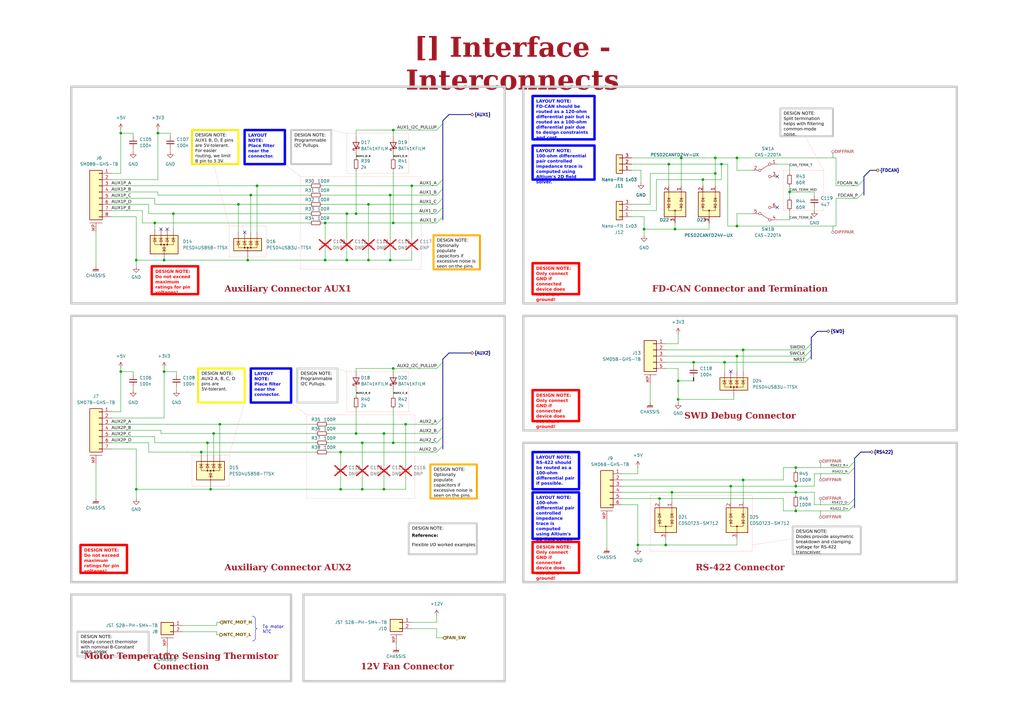
<source format=kicad_sch>
(kicad_sch (version 20230121) (generator eeschema)
  (paper "A3")
  (title_block (title "Interface - Interconnects") (date "2023-10-14") (rev "${REVISION}") (company "${COMPANY}"))
  (junction (at 157.48 200.66))
  (junction (at 49.53 54.61))
  (junction (at 264.16 93.98))
  (junction (at 302.26 64.77))
  (junction (at 326.39 209.55))
  (junction (at 148.59 181.61))
  (junction (at 101.6 106.68))
  (junction (at 64.77 54.61))
  (junction (at 295.91 67.31))
  (junction (at 299.72 199.39))
  (junction (at 157.48 177.8))
  (junction (at 161.29 53.34))
  (junction (at 49.53 152.4))
  (junction (at 278.13 163.83))
  (junction (at 288.29 73.66))
  (junction (at 85.09 181.61))
  (junction (at 293.37 71.12))
  (junction (at 323.85 78.74))
  (junction (at 302.26 92.71))
  (junction (at 166.37 173.99))
  (junction (at 276.86 93.98))
  (junction (at 142.24 106.68))
  (junction (at 302.26 146.05))
  (junction (at 71.12 87.63))
  (junction (at 87.63 177.8))
  (junction (at 63.5 91.44))
  (junction (at 86.36 200.66))
  (junction (at 326.39 201.93))
  (junction (at 279.4 64.77))
  (junction (at 82.55 185.42))
  (junction (at 304.8 143.51))
  (junction (at 133.35 91.44))
  (junction (at 274.32 67.31))
  (junction (at 146.05 87.63))
  (junction (at 160.02 80.01))
  (junction (at 97.79 83.82))
  (junction (at 151.13 83.82))
  (junction (at 55.88 200.66))
  (junction (at 297.18 148.59))
  (junction (at 275.59 201.93))
  (junction (at 139.7 185.42))
  (junction (at 55.88 106.68))
  (junction (at 142.24 87.63))
  (junction (at 160.02 106.68))
  (junction (at 161.29 91.44))
  (junction (at 151.13 106.68))
  (junction (at 161.29 181.61))
  (junction (at 102.87 80.01))
  (junction (at 105.41 76.2))
  (junction (at 293.37 64.77))
  (junction (at 284.48 148.59))
  (junction (at 148.59 200.66))
  (junction (at 67.31 106.68))
  (junction (at 273.05 223.52))
  (junction (at 326.39 199.39))
  (junction (at 278.13 156.21))
  (junction (at 146.05 177.8))
  (junction (at 67.31 152.4))
  (junction (at 326.39 191.77))
  (junction (at 133.35 106.68))
  (junction (at 139.7 200.66))
  (junction (at 270.51 204.47))
  (junction (at 168.91 76.2))
  (junction (at 261.62 223.52))
  (junction (at 161.29 151.13))
  (junction (at 90.17 173.99))
  (junction (at 304.8 196.85))
  (no_connect (at 318.77 85.09))
  (no_connect (at 318.77 72.39))
  (no_connect (at 66.04 93.98))
  (no_connect (at 100.33 95.25))
  (no_connect (at 68.58 93.98))
  (no_connect (at 299.72 152.4))
  (bus_entry (at 179.07 151.13) (size 2.54 -2.54))
  (bus_entry (at 330.2 146.05) (size 2.54 -2.54))
  (bus_entry (at 179.07 173.99) (size 2.54 -2.54))
  (bus_entry (at 179.07 177.8) (size 2.54 -2.54))
  (bus_entry (at 179.07 83.82) (size 2.54 -2.54))
  (bus_entry (at 179.07 53.34) (size 2.54 -2.54))
  (bus_entry (at 330.2 148.59) (size 2.54 -2.54))
  (bus_entry (at 347.98 194.31) (size 2.54 -2.54))
  (bus_entry (at 179.07 87.63) (size 2.54 -2.54))
  (bus_entry (at 179.07 80.01) (size 2.54 -2.54))
  (bus_entry (at 179.07 185.42) (size 2.54 -2.54))
  (bus_entry (at 347.98 191.77) (size 2.54 -2.54))
  (bus_entry (at 330.2 143.51) (size 2.54 -2.54))
  (bus_entry (at 351.79 81.28) (size 2.54 -2.54))
  (bus_entry (at 179.07 181.61) (size 2.54 -2.54))
  (bus_entry (at 179.07 91.44) (size 2.54 -2.54))
  (bus_entry (at 347.98 209.55) (size 2.54 -2.54))
  (bus_entry (at 351.79 76.2) (size 2.54 -2.54))
  (bus_entry (at 179.07 76.2) (size 2.54 -2.54))
  (bus_entry (at 347.98 207.01) (size 2.54 -2.54))
  (wire (pts (xy 148.59 181.61) (xy 148.59 190.5)))
  (wire (pts (xy 278.13 163.83) (xy 300.99 163.83)))
  (wire (pts (xy 302.26 223.52) (xy 302.26 220.98)))
  (bus (pts (xy 356.87 69.85) (xy 354.33 72.39)))
  (wire (pts (xy 133.35 106.68) (xy 142.24 106.68)))
  (wire (pts (xy 279.4 64.77) (xy 293.37 64.77)))
  (wire (pts (xy 146.05 151.13) (xy 146.05 152.4)))
  (wire (pts (xy 45.72 86.36) (xy 58.42 86.36)))
  (bus (pts (xy 353.06 185.42) (xy 356.87 185.42)))
  (wire (pts (xy 275.59 201.93) (xy 275.59 205.74)))
  (wire (pts (xy 102.87 80.01) (xy 102.87 95.25)))
  (wire (pts (xy 146.05 69.85) (xy 146.05 87.63)))
  (wire (pts (xy 259.08 88.9) (xy 264.16 88.9)))
  (wire (pts (xy 308.61 87.63) (xy 302.26 87.63)))
  (wire (pts (xy 302.26 146.05) (xy 330.2 146.05)))
  (wire (pts (xy 326.39 191.77) (xy 347.98 191.77)))
  (wire (pts (xy 69.85 55.88) (xy 69.85 54.61)))
  (wire (pts (xy 64.77 80.01) (xy 64.77 78.74)))
  (wire (pts (xy 266.7 83.82) (xy 266.7 71.12)))
  (wire (pts (xy 69.85 62.23) (xy 69.85 60.96)))
  (wire (pts (xy 133.35 91.44) (xy 161.29 91.44)))
  (wire (pts (xy 321.31 196.85) (xy 321.31 191.77)))
  (wire (pts (xy 86.36 200.66) (xy 55.88 200.66)))
  (wire (pts (xy 49.53 151.13) (xy 49.53 152.4)))
  (wire (pts (xy 161.29 167.64) (xy 161.29 181.61)))
  (wire (pts (xy 146.05 53.34) (xy 146.05 55.88)))
  (wire (pts (xy 295.91 73.66) (xy 295.91 67.31)))
  (wire (pts (xy 179.07 255.27) (xy 168.91 255.27)))
  (wire (pts (xy 88.9 255.27) (xy 90.17 255.27)))
  (polyline (pts (xy 119.38 165.1) (xy 125.73 170.18)) (stroke (width 0) (type dot) (color 255 0 0 1)))
  (bus (pts (xy 181.61 50.8) (xy 181.61 73.66)))
  (wire (pts (xy 64.77 53.34) (xy 64.77 54.61)))
  (wire (pts (xy 67.31 151.13) (xy 67.31 152.4)))
  (wire (pts (xy 321.31 204.47) (xy 321.31 209.55)))
  (wire (pts (xy 255.27 201.93) (xy 275.59 201.93)))
  (wire (pts (xy 133.35 106.68) (xy 133.35 102.87)))
  (wire (pts (xy 288.29 73.66) (xy 295.91 73.66)))
  (wire (pts (xy 278.13 151.13) (xy 278.13 156.21)))
  (wire (pts (xy 179.07 252.73) (xy 179.07 255.27)))
  (wire (pts (xy 85.09 181.61) (xy 129.54 181.61)))
  (wire (pts (xy 146.05 160.02) (xy 146.05 162.56)))
  (wire (pts (xy 284.48 148.59) (xy 284.48 149.86)))
  (polyline (pts (xy 116.84 67.31) (xy 123.19 72.39)) (stroke (width 0) (type dot) (color 255 0 0 1)))
  (wire (pts (xy 302.26 64.77) (xy 302.26 69.85)))
  (wire (pts (xy 64.77 80.01) (xy 102.87 80.01)))
  (wire (pts (xy 63.5 91.44) (xy 63.5 93.98)))
  (polyline (pts (xy 104.775 257.175) (xy 104.775 254)))
  (wire (pts (xy 334.01 80.01) (xy 334.01 78.74)))
  (wire (pts (xy 278.13 165.1) (xy 278.13 163.83)))
  (wire (pts (xy 293.37 64.77) (xy 302.26 64.77)))
  (wire (pts (xy 132.08 91.44) (xy 133.35 91.44)))
  (wire (pts (xy 326.39 191.77) (xy 326.39 193.04)))
  (wire (pts (xy 68.58 265.43) (xy 68.58 266.7)))
  (wire (pts (xy 97.79 83.82) (xy 127 83.82)))
  (wire (pts (xy 157.48 177.8) (xy 157.48 190.5)))
  (wire (pts (xy 297.18 148.59) (xy 330.2 148.59)))
  (wire (pts (xy 60.96 83.82) (xy 60.96 87.63)))
  (wire (pts (xy 97.79 83.82) (xy 97.79 95.25)))
  (wire (pts (xy 262.89 69.85) (xy 259.08 69.85)))
  (wire (pts (xy 166.37 173.99) (xy 166.37 190.5)))
  (wire (pts (xy 60.96 181.61) (xy 60.96 185.42)))
  (bus (pts (xy 350.52 187.96) (xy 350.52 189.23)))
  (wire (pts (xy 87.63 177.8) (xy 87.63 186.69)))
  (wire (pts (xy 146.05 151.13) (xy 161.29 151.13)))
  (wire (pts (xy 146.05 177.8) (xy 157.48 177.8)))
  (wire (pts (xy 58.42 91.44) (xy 63.5 91.44)))
  (wire (pts (xy 72.39 152.4) (xy 67.31 152.4)))
  (wire (pts (xy 45.72 181.61) (xy 60.96 181.61)))
  (wire (pts (xy 302.26 152.4) (xy 302.26 146.05)))
  (wire (pts (xy 55.88 106.68) (xy 55.88 88.9)))
  (wire (pts (xy 298.45 92.71) (xy 302.26 92.71)))
  (wire (pts (xy 142.24 106.68) (xy 151.13 106.68)))
  (wire (pts (xy 259.08 67.31) (xy 274.32 67.31)))
  (wire (pts (xy 139.7 200.66) (xy 148.59 200.66)))
  (bus (pts (xy 181.61 88.9) (xy 181.61 90.17)))
  (wire (pts (xy 142.24 87.63) (xy 146.05 87.63)))
  (wire (pts (xy 168.91 76.2) (xy 179.07 76.2)))
  (bus (pts (xy 335.28 135.89) (xy 332.74 138.43)))
  (wire (pts (xy 90.17 173.99) (xy 129.54 173.99)))
  (wire (pts (xy 321.31 209.55) (xy 326.39 209.55)))
  (wire (pts (xy 269.24 86.36) (xy 269.24 73.66)))
  (wire (pts (xy 270.51 204.47) (xy 270.51 205.74)))
  (wire (pts (xy 151.13 106.68) (xy 160.02 106.68)))
  (wire (pts (xy 55.88 88.9) (xy 45.72 88.9)))
  (wire (pts (xy 347.98 194.31) (xy 334.01 194.31)))
  (wire (pts (xy 334.01 85.09) (xy 334.01 86.36)))
  (wire (pts (xy 299.72 199.39) (xy 299.72 205.74)))
  (bus (pts (xy 181.61 179.07) (xy 181.61 182.88)))
  (bus (pts (xy 181.61 182.88) (xy 181.61 184.15)))
  (wire (pts (xy 334.01 199.39) (xy 326.39 199.39)))
  (bus (pts (xy 184.15 144.78) (xy 181.61 147.32)))
  (wire (pts (xy 273.05 148.59) (xy 284.48 148.59)))
  (polyline (pts (xy 138.43 151.13) (xy 142.24 152.4)) (stroke (width 0) (type dot) (color 255 0 0 1)))
  (wire (pts (xy 146.05 53.34) (xy 161.29 53.34)))
  (wire (pts (xy 269.24 73.66) (xy 288.29 73.66)))
  (polyline (pts (xy 135.89 53.34) (xy 142.24 54.61)) (stroke (width 0) (type dot) (color 255 0 0 1)))
  (wire (pts (xy 90.17 173.99) (xy 90.17 186.69)))
  (bus (pts (xy 350.52 191.77) (xy 350.52 204.47)))
  (wire (pts (xy 342.9 76.2) (xy 342.9 64.77)))
  (wire (pts (xy 45.72 179.07) (xy 63.5 179.07)))
  (wire (pts (xy 101.6 106.68) (xy 101.6 105.41)))
  (wire (pts (xy 308.61 69.85) (xy 302.26 69.85)))
  (wire (pts (xy 88.9 260.35) (xy 90.17 260.35)))
  (wire (pts (xy 132.08 87.63) (xy 142.24 87.63)))
  (wire (pts (xy 64.77 54.61) (xy 64.77 73.66)))
  (wire (pts (xy 288.29 73.66) (xy 288.29 76.2)))
  (wire (pts (xy 161.29 181.61) (xy 179.07 181.61)))
  (wire (pts (xy 297.18 148.59) (xy 297.18 152.4)))
  (wire (pts (xy 160.02 80.01) (xy 160.02 97.79)))
  (wire (pts (xy 321.31 191.77) (xy 326.39 191.77)))
  (bus (pts (xy 184.15 46.99) (xy 181.61 49.53)))
  (wire (pts (xy 342.9 92.71) (xy 342.9 81.28)))
  (wire (pts (xy 148.59 200.66) (xy 148.59 195.58)))
  (wire (pts (xy 326.39 209.55) (xy 347.98 209.55)))
  (wire (pts (xy 278.13 163.83) (xy 278.13 156.21)))
  (wire (pts (xy 69.85 54.61) (xy 64.77 54.61)))
  (wire (pts (xy 71.12 87.63) (xy 127 87.63)))
  (wire (pts (xy 161.29 69.85) (xy 161.29 91.44)))
  (wire (pts (xy 304.8 143.51) (xy 304.8 152.4)))
  (wire (pts (xy 279.4 64.77) (xy 279.4 76.2)))
  (polyline (pts (xy 308.61 223.52) (xy 325.12 220.98)) (stroke (width 0) (type dot) (color 255 0 0 1)))
  (wire (pts (xy 55.88 200.66) (xy 55.88 184.15)))
  (wire (pts (xy 326.39 201.93) (xy 326.39 203.2)))
  (polyline (pts (xy 337.82 69.85) (xy 330.2 55.88)) (stroke (width 0) (type dot) (color 255 0 0 1)))
  (wire (pts (xy 139.7 200.66) (xy 139.7 195.58)))
  (wire (pts (xy 146.05 63.5) (xy 146.05 64.77)))
  (wire (pts (xy 304.8 143.51) (xy 330.2 143.51)))
  (polyline (pts (xy 87.63 67.31) (xy 93.98 92.71)) (stroke (width 0) (type dot) (color 255 0 0 1)))
  (wire (pts (xy 63.5 181.61) (xy 63.5 179.07)))
  (wire (pts (xy 278.13 151.13) (xy 273.05 151.13)))
  (wire (pts (xy 323.85 78.74) (xy 323.85 81.28)))
  (wire (pts (xy 54.61 153.67) (xy 54.61 152.4)))
  (wire (pts (xy 85.09 181.61) (xy 85.09 186.69)))
  (wire (pts (xy 45.72 83.82) (xy 60.96 83.82)))
  (polyline (pts (xy 104.77 258.45) (xy 104.77 261.625)))
  (bus (pts (xy 181.61 175.26) (xy 181.61 179.07)))
  (wire (pts (xy 302.26 64.77) (xy 342.9 64.77)))
  (wire (pts (xy 82.55 185.42) (xy 82.55 186.69)))
  (wire (pts (xy 264.16 88.9) (xy 264.16 93.98)))
  (wire (pts (xy 326.39 201.93) (xy 334.01 201.93)))
  (wire (pts (xy 133.35 91.44) (xy 133.35 97.79)))
  (bus (pts (xy 354.33 73.66) (xy 354.33 78.74)))
  (wire (pts (xy 179.07 151.13) (xy 161.29 151.13)))
  (wire (pts (xy 179.07 257.81) (xy 168.91 257.81)))
  (wire (pts (xy 262.89 74.93) (xy 262.89 69.85)))
  (wire (pts (xy 284.48 156.21) (xy 284.48 154.94)) (stroke (width 0.381) (color 0 0 0 1)))
  (wire (pts (xy 54.61 152.4) (xy 49.53 152.4)))
  (wire (pts (xy 273.05 146.05) (xy 302.26 146.05)))
  (wire (pts (xy 157.48 177.8) (xy 179.07 177.8)))
  (wire (pts (xy 261.62 207.01) (xy 261.62 223.52)))
  (wire (pts (xy 161.29 151.13) (xy 161.29 152.4)))
  (wire (pts (xy 67.31 171.45) (xy 45.72 171.45)))
  (wire (pts (xy 151.13 83.82) (xy 179.07 83.82)))
  (wire (pts (xy 323.85 76.2) (xy 323.85 78.74)))
  (wire (pts (xy 132.08 80.01) (xy 160.02 80.01)))
  (wire (pts (xy 166.37 200.66) (xy 166.37 195.58)))
  (wire (pts (xy 49.53 168.91) (xy 45.72 168.91)))
  (wire (pts (xy 323.85 86.36) (xy 323.85 90.17)))
  (bus (pts (xy 193.04 144.78) (xy 184.15 144.78)))
  (wire (pts (xy 142.24 87.63) (xy 142.24 97.79)))
  (wire (pts (xy 166.37 173.99) (xy 179.07 173.99)))
  (wire (pts (xy 295.91 67.31) (xy 298.45 67.31)))
  (wire (pts (xy 261.62 223.52) (xy 273.05 223.52)))
  (wire (pts (xy 87.63 177.8) (xy 129.54 177.8)))
  (wire (pts (xy 278.13 137.16) (xy 278.13 140.97)))
  (wire (pts (xy 139.7 185.42) (xy 139.7 190.5)))
  (wire (pts (xy 72.39 153.67) (xy 72.39 152.4)))
  (wire (pts (xy 161.29 91.44) (xy 179.07 91.44)))
  (wire (pts (xy 88.9 255.27) (xy 88.9 256.54)))
  (wire (pts (xy 157.48 200.66) (xy 166.37 200.66)))
  (wire (pts (xy 54.61 160.02) (xy 54.61 158.75)))
  (wire (pts (xy 58.42 86.36) (xy 58.42 91.44)))
  (bus (pts (xy 332.74 140.97) (xy 332.74 143.51)))
  (wire (pts (xy 45.72 176.53) (xy 66.04 176.53)))
  (wire (pts (xy 63.5 81.28) (xy 63.5 83.82)))
  (wire (pts (xy 49.53 54.61) (xy 49.53 71.12)))
  (bus (pts (xy 181.61 171.45) (xy 181.61 175.26)))
  (wire (pts (xy 334.01 207.01) (xy 334.01 201.93)))
  (wire (pts (xy 54.61 62.23) (xy 54.61 60.96)))
  (polyline (pts (xy 100.33 165.1) (xy 93.98 186.69)) (stroke (width 0) (type dot) (color 255 0 0 1)))
  (wire (pts (xy 276.86 93.98) (xy 276.86 91.44)))
  (wire (pts (xy 284.48 148.59) (xy 297.18 148.59)))
  (wire (pts (xy 134.62 181.61) (xy 148.59 181.61)))
  (wire (pts (xy 105.41 76.2) (xy 127 76.2)))
  (wire (pts (xy 261.62 191.77) (xy 261.62 194.31)))
  (wire (pts (xy 266.7 157.48) (xy 266.7 165.1)))
  (bus (pts (xy 350.52 189.23) (xy 350.52 191.77)))
  (wire (pts (xy 148.59 181.61) (xy 161.29 181.61)))
  (wire (pts (xy 326.39 198.12) (xy 326.39 199.39)))
  (wire (pts (xy 88.9 259.08) (xy 74.93 259.08)))
  (wire (pts (xy 146.05 87.63) (xy 179.07 87.63)))
  (wire (pts (xy 264.16 93.98) (xy 276.86 93.98)))
  (wire (pts (xy 86.36 199.39) (xy 86.36 200.66)))
  (wire (pts (xy 55.88 106.68) (xy 67.31 106.68)))
  (wire (pts (xy 342.9 76.2) (xy 351.79 76.2)))
  (bus (pts (xy 335.28 135.89) (xy 339.09 135.89)))
  (wire (pts (xy 132.08 83.82) (xy 151.13 83.82)))
  (wire (pts (xy 55.88 184.15) (xy 45.72 184.15)))
  (wire (pts (xy 54.61 55.88) (xy 54.61 54.61)))
  (wire (pts (xy 326.39 208.28) (xy 326.39 209.55)))
  (wire (pts (xy 139.7 185.42) (xy 179.07 185.42)))
  (wire (pts (xy 261.62 194.31) (xy 255.27 194.31)))
  (wire (pts (xy 161.29 160.02) (xy 161.29 162.56)))
  (wire (pts (xy 347.98 207.01) (xy 334.01 207.01)))
  (wire (pts (xy 261.62 207.01) (xy 255.27 207.01)))
  (wire (pts (xy 342.9 81.28) (xy 351.79 81.28)))
  (wire (pts (xy 273.05 223.52) (xy 273.05 220.98)))
  (wire (pts (xy 270.51 204.47) (xy 321.31 204.47)))
  (wire (pts (xy 274.32 67.31) (xy 295.91 67.31)))
  (wire (pts (xy 45.72 78.74) (xy 64.77 78.74)))
  (wire (pts (xy 54.61 54.61) (xy 49.53 54.61)))
  (wire (pts (xy 293.37 71.12) (xy 293.37 76.2)))
  (wire (pts (xy 45.72 81.28) (xy 63.5 81.28)))
  (bus (pts (xy 332.74 143.51) (xy 332.74 146.05)))
  (bus (pts (xy 181.61 85.09) (xy 181.61 88.9)))
  (wire (pts (xy 66.04 177.8) (xy 66.04 176.53)))
  (wire (pts (xy 134.62 177.8) (xy 146.05 177.8)))
  (wire (pts (xy 63.5 91.44) (xy 127 91.44)))
  (bus (pts (xy 350.52 204.47) (xy 350.52 207.01)))
  (bus (pts (xy 353.06 185.42) (xy 350.52 187.96)))
  (bus (pts (xy 181.61 147.32) (xy 181.61 148.59)))
  (wire (pts (xy 276.86 93.98) (xy 290.83 93.98)))
  (wire (pts (xy 323.85 78.74) (xy 334.01 78.74)))
  (bus (pts (xy 181.61 49.53) (xy 181.61 50.8)))
  (wire (pts (xy 302.26 92.71) (xy 342.9 92.71)))
  (wire (pts (xy 67.31 152.4) (xy 67.31 171.45)))
  (bus (pts (xy 181.61 77.47) (xy 181.61 81.28)))
  (wire (pts (xy 298.45 67.31) (xy 298.45 92.71)))
  (wire (pts (xy 264.16 93.98) (xy 264.16 96.52)))
  (wire (pts (xy 146.05 167.64) (xy 146.05 177.8)))
  (wire (pts (xy 162.56 264.16) (xy 162.56 265.43)))
  (wire (pts (xy 266.7 71.12) (xy 293.37 71.12)))
  (wire (pts (xy 102.87 80.01) (xy 127 80.01)))
  (wire (pts (xy 39.37 190.5) (xy 39.37 204.47)))
  (wire (pts (xy 86.36 200.66) (xy 139.7 200.66)))
  (wire (pts (xy 45.72 173.99) (xy 90.17 173.99)))
  (wire (pts (xy 60.96 87.63) (xy 71.12 87.63)))
  (wire (pts (xy 82.55 185.42) (xy 129.54 185.42)))
  (wire (pts (xy 49.53 53.34) (xy 49.53 54.61)))
  (wire (pts (xy 293.37 71.12) (xy 293.37 64.77)))
  (wire (pts (xy 181.61 261.62) (xy 179.07 261.62)))
  (wire (pts (xy 148.59 200.66) (xy 157.48 200.66)))
  (wire (pts (xy 63.5 83.82) (xy 97.79 83.82)))
  (wire (pts (xy 55.88 109.22) (xy 55.88 106.68)))
  (wire (pts (xy 151.13 102.87) (xy 151.13 106.68)))
  (wire (pts (xy 39.37 95.25) (xy 39.37 109.22)))
  (wire (pts (xy 60.96 185.42) (xy 82.55 185.42)))
  (wire (pts (xy 255.27 204.47) (xy 270.51 204.47)))
  (wire (pts (xy 299.72 199.39) (xy 326.39 199.39)))
  (wire (pts (xy 161.29 53.34) (xy 161.29 55.88)))
  (wire (pts (xy 134.62 185.42) (xy 139.7 185.42)))
  (wire (pts (xy 334.01 194.31) (xy 334.01 199.39)))
  (wire (pts (xy 88.9 256.54) (xy 74.93 256.54)))
  (wire (pts (xy 278.13 156.21) (xy 284.48 156.21)))
  (wire (pts (xy 275.59 201.93) (xy 326.39 201.93)))
  (wire (pts (xy 179.07 261.62) (xy 179.07 257.81)))
  (wire (pts (xy 157.48 200.66) (xy 157.48 195.58)))
  (wire (pts (xy 168.91 106.68) (xy 168.91 102.87)))
  (wire (pts (xy 67.31 106.68) (xy 101.6 106.68)))
  (wire (pts (xy 72.39 160.02) (xy 72.39 158.75)))
  (wire (pts (xy 304.8 196.85) (xy 304.8 205.74)))
  (wire (pts (xy 63.5 181.61) (xy 85.09 181.61)))
  (bus (pts (xy 354.33 72.39) (xy 354.33 73.66)))
  (wire (pts (xy 45.72 76.2) (xy 105.41 76.2)))
  (wire (pts (xy 55.88 204.47) (xy 55.88 200.66)))
  (wire (pts (xy 151.13 83.82) (xy 151.13 97.79)))
  (wire (pts (xy 101.6 106.68) (xy 133.35 106.68)))
  (bus (pts (xy 181.61 148.59) (xy 181.61 171.45)))
  (wire (pts (xy 179.07 53.34) (xy 161.29 53.34)))
  (bus (pts (xy 354.33 78.74) (xy 354.33 80.01)))
  (wire (pts (xy 161.29 63.5) (xy 161.29 64.77)))
  (wire (pts (xy 134.62 173.99) (xy 166.37 173.99)))
  (wire (pts (xy 302.26 87.63) (xy 302.26 92.71)))
  (bus (pts (xy 332.74 146.05) (xy 332.74 147.32)))
  (wire (pts (xy 278.13 140.97) (xy 273.05 140.97)))
  (wire (pts (xy 71.12 87.63) (xy 71.12 93.98)))
  (wire (pts (xy 160.02 102.87) (xy 160.02 106.68)))
  (wire (pts (xy 259.08 86.36) (xy 269.24 86.36)))
  (wire (pts (xy 274.32 67.31) (xy 274.32 76.2)))
  (wire (pts (xy 273.05 223.52) (xy 302.26 223.52)))
  (wire (pts (xy 323.85 71.12) (xy 323.85 67.31)))
  (wire (pts (xy 273.05 143.51) (xy 304.8 143.51)))
  (bus (pts (xy 193.04 46.99) (xy 184.15 46.99)))
  (wire (pts (xy 248.92 213.36) (xy 248.92 224.79)))
  (bus (pts (xy 332.74 138.43) (xy 332.74 140.97)))
  (wire (pts (xy 304.8 196.85) (xy 321.31 196.85)))
  (wire (pts (xy 323.85 67.31) (xy 318.77 67.31)))
  (wire (pts (xy 160.02 80.01) (xy 179.07 80.01)))
  (bus (pts (xy 181.61 73.66) (xy 181.61 77.47)))
  (wire (pts (xy 168.91 76.2) (xy 168.91 97.79)))
  (bus (pts (xy 356.87 69.85) (xy 359.41 69.85)))
  (wire (pts (xy 49.53 152.4) (xy 49.53 168.91)))
  (wire (pts (xy 259.08 83.82) (xy 266.7 83.82)))
  (wire (pts (xy 105.41 76.2) (xy 105.41 95.25)))
  (wire (pts (xy 255.27 199.39) (xy 299.72 199.39)))
  (wire (pts (xy 323.85 90.17) (xy 318.77 90.17)))
  (wire (pts (xy 88.9 260.35) (xy 88.9 259.08)))
  (bus (pts (xy 350.52 207.01) (xy 350.52 208.28)))
  (wire (pts (xy 160.02 106.68) (xy 168.91 106.68)))
  (wire (pts (xy 259.08 64.77) (xy 279.4 64.77)))
  (wire (pts (xy 66.04 177.8) (xy 87.63 177.8)))
  (bus (pts (xy 181.61 81.28) (xy 181.61 85.09)))
  (wire (pts (xy 64.77 73.66) (xy 45.72 73.66)))
  (wire (pts (xy 49.53 71.12) (xy 45.72 71.12)))
  (wire (pts (xy 290.83 93.98) (xy 290.83 91.44)))
  (wire (pts (xy 261.62 224.79) (xy 261.62 223.52)))
  (wire (pts (xy 300.99 163.83) (xy 300.99 162.56)))
  (wire (pts (xy 255.27 196.85) (xy 304.8 196.85)))
  (wire (pts (xy 132.08 76.2) (xy 168.91 76.2)))
  (wire (pts (xy 142.24 102.87) (xy 142.24 106.68)))
  (rectangle (start 123.19 72.39) (end 172.72 110.49) (stroke (width 0) (type dot) (color 255 0 0 1)))
  (rectangle (start 78.74 186.69) (end 93.98 199.39) (stroke (width 0) (type dot) (color 255 0 0 1)))
  (rectangle (start 124.46 243.84) (end 207.01 279.4) (stroke (width 1) (color 200 200 200 1)))
  (rectangle (start 214.63 181.61) (end 392.43 238.76) (stroke (width 1) (color 200 200 200 1)))
  (rectangle (start 29.21 35.56) (end 207.01 124.46) (stroke (width 1) (color 200 200 200 1)))
  (rectangle (start 142.24 152.4) (end 167.64 168.91) (stroke (width 0) (type dot) (color 255 0 0 1)))
  (arc (start 104.77 258.45) (mid 104.9557 257.9992) (end 105.405 257.815))
  (rectangle (start 29.21 243.84) (end 119.38 279.4) (stroke (width 1) (color 200 200 200 1)))
  (rectangle (start 142.24 54.61) (end 167.64 71.12) (stroke (width 0) (type dot) (color 255 0 0 1)))
  (rectangle (start 266.7 203.2) (end 308.61 226.06) (stroke (width 0) (type dot) (color 255 0 0 1)))
  (arc (start 103.505 252.73) (mid 104.3969 253.1066) (end 104.775 254))
  (rectangle (start 321.31 69.85) (end 337.82 86.36) (stroke (width 0) (type dot) (color 255 0 0 1)))
  (arc (start 105.405 257.815) (mid 104.962 257.6244) (end 104.77 257.18))
  (rectangle (start 214.63 35.56) (end 392.43 124.46) (stroke (width 1) (color 200 200 200 1)))
  (arc (start 104.77 261.625) (mid 104.3963 262.5198) (end 103.5 262.895))
  (rectangle (start 29.21 129.54) (end 207.01 238.76) (stroke (width 1) (color 200 200 200 1)))
  (rectangle (start 93.98 92.71) (end 109.22 105.41) (stroke (width 0) (type dot) (color 255 0 0 1)))
  (rectangle (start 214.63 129.54) (end 392.43 176.53) (stroke (width 1) (color 200 200 200 1)))
  (rectangle (start 125.73 170.18) (end 170.18 204.47) (stroke (width 0) (type dot) (color 255 0 0 1)))
  (text_box "DESIGN NOTE:\nOnly connect GND if connected device does not share ground!" (at 218.44 160.02 0) (size 19.05 12.7) (stroke (width 1) (color 255 0 0 1)) (effects (font (size 1.27 1.27) (thickness 0.4) bold) (justify left top)))
  (text_box "12V Fan Connector" (at 128.27 267.97 0) (size 77.47 8.89) (stroke (width -0.0001)) (effects (font (size 2.54 2.54) (thickness 0.508) bold) (justify bottom)))
  (text_box "[${#}] ${TITLE}" (at 133.35 20.32 0) (size 153.67 12.7) (stroke (width -0.0001)) (effects (font (size 8 8) (thickness 1.2) bold)))
  (text_box "DESIGN NOTE:\nDo not exceed maximum ratings for pin voltages!" (at 33.02 223.52 0) (size 19.05 11.43) (stroke (width 1) (color 255 0 0 1)) (effects (font (size 1.27 1.27) (thickness 0.4) bold) (justify left top)))
  (text_box "DESIGN NOTE:\nDiodes provide assymetric breakdown and clamping voltage for RS-422 transceiver." (at 325.12 215.9 0) (size 27.94 11.43) (stroke (width 0.8) (color 200 200 200 1)) (effects (font (size 1.27 1.27)) (justify left top)))
  (text_box "Auxiliary Connector AUX1" (at 30.48 113.03 0) (size 175.26 8.89) (stroke (width -0.0001)) (effects (font (size 2.54 2.54) (thickness 0.508) bold) (justify bottom)))
  (text_box "DESIGN NOTE:\nAUX2 A, B, C, D pins are 5V-tolerant." (at 81.28 151.13 0) (size 19.05 13.97) (stroke (width 0.8) (color 250 236 0 1)) (effects (font (size 1.27 1.27)) (justify left top)))
  (text_box "DESIGN NOTE:\nSplit termination helps with filtering common-mode noise." (at 320.04 44.45 0) (size 21.59 11.43) (stroke (width 0.8) (color 200 200 200 1)) (effects (font (size 1.27 1.27)) (justify left top)))
  (text_box "DESIGN NOTE:\nProgrammable I2C Pullups." (at 121.92 151.13 0) (size 16.51 13.97) (stroke (width 0.8) (color 200 200 200 1)) (effects (font (size 1.27 1.27)) (justify left top)))
  (text_box "Auxiliary Connector AUX2" (at 30.48 227.33 0) (size 175.26 8.89) (stroke (width -0.0001)) (effects (font (size 2.54 2.54) (thickness 0.508) bold) (justify bottom)))
  (text_box "FD-CAN Connector and Termination" (at 215.9 113.03 0) (size 175.26 8.89) (stroke (width -0.0001)) (effects (font (size 2.54 2.54) (thickness 0.508) bold) (justify bottom)))
  (text_box "DESIGN NOTE:\nOptionally populate capacitors if excessive noise is seen on the pins." (at 177.8 96.52 0) (size 19.05 13.97) (stroke (width 0.8) (color 255 165 0 1)) (effects (font (size 1.27 1.27)) (justify left top)))
  (text_box "Motor Temperature Sensing Thermistor Connection" (at 30.48 267.97 0) (size 87.63 8.89) (stroke (width -0.0001)) (effects (font (size 2.54 2.54) (thickness 0.508) bold) (justify bottom)))
  (text_box "To motor NTC" (at 106.68 255.27 0) (size 11.43 5.715) (stroke (width -0.0001)) (effects (font (size 1.27 1.27)) (justify left top)))
  (text_box "LAYOUT NOTE:\nRS-422 should be routed as a 100-ohm differential pair if possible." (at 218.44 185.42 0) (size 19.05 15.24) (stroke (width 1) (color 0 0 255 1)) (effects (font (size 1.27 1.27) (thickness 0.4) bold) (justify left top)))
  (text_box "LAYOUT NOTE:\n100-ohm differential pair controlled impedance trace is computed using Altium's 2D field solver." (at 218.44 59.69 0) (size 25.4 13.97) (stroke (width 1) (color 0 0 255 1)) (effects (font (size 1.27 1.27) (thickness 0.4) bold) (justify left top)))
  (text_box "LAYOUT NOTE:\n100-ohm differential pair controlled impedance trace is computed using Altium's 2D field solver." (at 218.44 201.93 0) (size 19.05 19.05) (stroke (width 1) (color 0 0 255 1)) (effects (font (size 1.27 1.27) (thickness 0.4) bold) (justify left top)))
  (text_box "DESIGN NOTE:\nOptionally populate capacitors if excessive noise is seen on the pins." (at 176.53 190.5 0) (size 19.05 13.97) (stroke (width 0.8) (color 255 165 0 1)) (effects (font (size 1.27 1.27)) (justify left top)))
  (text_box "DESIGN NOTE:\nOnly connect GND if connected device does not share ground!" (at 218.44 222.25 0) (size 19.05 12.7) (stroke (width 1) (color 255 0 0 1)) (effects (font (size 1.27 1.27) (thickness 0.4) bold) (justify left top)))
  (text_box "SWD Debug Connector" (at 215.9 165.1 0) (size 175.26 8.89) (stroke (width -0.0001)) (effects (font (size 2.54 2.54) (thickness 0.508) bold) (justify bottom)))
  (text_box "DESIGN NOTE:\nDo not exceed maximum ratings for pin voltages!" (at 62.23 109.22 0) (size 19.05 11.43) (stroke (width 1) (color 255 0 0 1)) (effects (font (size 1.27 1.27) (thickness 0.4) bold) (justify left top)))
  (text_box "DESIGN NOTE:\nAUX1 B, D, E pins are 5V-tolerant. For easier routing, we limit B pin to 3.3V." (at 78.74 53.34 0) (size 19.05 13.97) (stroke (width 0.8) (color 250 236 0 1)) (effects (font (size 1.27 1.27)) (justify left top)))
  (text_box "DESIGN NOTE:\nIdeally connect thermistor with nominal B-Constant 4050-4099K" (at 31.75 259.08 0) (size 29.21 10.16) (stroke (width 0.8) (color 200 200 200 1)) (effects (font (size 1.27 1.27)) (justify left top)))
  (text_box "RS-422 Connector" (at 215.9 227.33 0) (size 175.26 8.89) (stroke (width -0.0001)) (effects (font (size 2.54 2.54) (thickness 0.508) bold) (justify bottom)))
  (text_box "DESIGN NOTE:\nOnly connect GND if connected device does not share ground!" (at 218.44 107.95 0) (size 19.05 12.7) (stroke (width 1) (color 255 0 0 1)) (effects (font (size 1.27 1.27) (thickness 0.4) bold) (justify left top)))
  (text_box "DESIGN NOTE:\n" (at 167.64 214.63 0) (size 27.94 12.7) (stroke (width 0.8) (color 200 200 200 1)) (effects (font (size 1.27 1.27)) (justify left top)))
  (text_box "LAYOUT NOTE:\nPlace filter near the connector." (at 100.33 53.34 0) (size 16.51 13.97) (stroke (width 1) (color 0 0 255 1)) (effects (font (size 1.27 1.27) (thickness 0.4) bold) (justify left top)))
  (text_box "LAYOUT NOTE:\nFD-CAN should be routed as a 120-ohm differential pair but is routed as a 100-ohm differential pair due to design constraints and cost." (at 218.44 39.37 0) (size 25.4 17.78) (stroke (width 1) (color 0 0 255 1)) (effects (font (size 1.27 1.27) (thickness 0.4) bold) (justify left top)))
  (text_box "DESIGN NOTE:\nProgrammable I2C Pullups." (at 119.38 53.34 0) (size 16.51 13.97) (stroke (width 0.8) (color 200 200 200 1)) (effects (font (size 1.27 1.27)) (justify left top)))
  (text_box "LAYOUT NOTE:\nPlace filter near the connector." (at 102.87 151.13 0) (size 16.51 13.97) (stroke (width 1) (color 0 0 255 1)) (effects (font (size 1.27 1.27) (thickness 0.4) bold) (justify left top)))
  (text "Reference:" (at 168.91 220.98 0) (effects (font (size 1.27 1.27) bold) (justify left bottom)))
  (text "Flexible I/O worked examples" (at 168.91 224.79 0) (effects (font (size 1.27 1.27)) (justify left bottom)))
  (label "AUX2_C" (at 179.07 181.61 180))
  (label "NRST" (at 330.2 148.59 180))
  (label "AUX1P_C" (at 45.72 81.28 0))
  (label "AUX1_D" (at 179.07 87.63 180))
  (label "AUX2_B" (at 179.07 177.8 180))
  (label "AUX1_I2C_PULLUP" (at 179.07 53.34 180))
  (label "FDCAN_N" (at 351.79 76.2 180))
  (label "AUX2P_B" (at 45.72 176.53 0))
  (label "AUX2_D" (at 179.07 185.42 180))
  (label "AUX1P_E" (at 45.72 86.36 0))
  (label "AUX2P_C" (at 45.72 179.07 0))
  (label "AUX2_B_K" (at 146.05 161.925 0) (effects (font (size 0.762 0.762) bold)))
  (label "AUX1P_B" (at 45.72 78.74 0))
  (label "SWCLK" (at 330.2 146.05 180))
  (label "RS422_R+" (at 347.98 191.77 180) (effects (font (size 1 1))))
  (label "RS422_D-" (at 347.98 207.01 180) (effects (font (size 1 1))))
  (label "CAN_TERM_B" (at 323.85 90.17 0) (effects (font (size 1.016 1.016))))
  (label "AUX2_A" (at 179.07 173.99 180))
  (label "AUX1_D_K" (at 146.05 64.77 0) (effects (font (size 0.762 0.762) bold)))
  (label "AUX2P_A" (at 45.72 173.99 0))
  (label "AUX2P_D" (at 45.72 181.61 0))
  (label "AUX1_B" (at 179.07 80.01 180))
  (label "AUX2_I2C_PULLUP" (at 179.07 151.13 180))
  (label "AUX1P_D" (at 45.72 83.82 0))
  (label "CAN_TERM_T" (at 323.85 68.58 0) (effects (font (size 1.016 1.016))))
  (label "AUX1_C" (at 179.07 83.82 180))
  (label "AUX1_E" (at 179.07 91.44 180))
  (label "RS422_D+" (at 347.98 209.55 180) (effects (font (size 1 1))))
  (label "RS422_R-" (at 347.98 194.31 180) (effects (font (size 1 1))))
  (label "AUX2_C_K" (at 161.29 161.925 0) (effects (font (size 0.762 0.762) bold)))
  (label "AUX1P_A" (at 45.72 76.2 0))
  (label "CAN_TERM_MID" (at 323.85 78.74 0) (effects (font (size 1.016 1.016))))
  (label "FDCAN_P" (at 351.79 81.28 180))
  (label "SWDIO" (at 330.2 143.51 180))
  (label "AUX1_E_K" (at 161.29 64.77 0) (effects (font (size 0.762 0.762) bold)))
  (label "AUX1_A" (at 179.07 76.2 180))
  (hierarchical_label "NTC_MOT_L" (shape output) (at 90.17 260.35 0) (effects (font bold)))
  (hierarchical_label "{RS422}" (shape bidirectional) (at 356.87 185.42 0) (effects (font bold)))
  (hierarchical_label "{SWD}" (shape bidirectional) (at 339.09 135.89 0) (effects (font bold)))
  (hierarchical_label "{AUX1}" (shape bidirectional) (at 193.04 46.99 0) (effects (font bold)))
  (hierarchical_label "{FDCAN}" (shape bidirectional) (at 359.41 69.85 0) (effects (font bold)))
  (hierarchical_label "NTC_MOT_H" (shape input) (at 90.17 255.27 0) (effects (font bold)))
  (hierarchical_label "{AUX2}" (shape bidirectional) (at 193.04 144.78 0) (effects (font bold)))
  (hierarchical_label "FAN_SW" (shape input) (at 181.61 261.62 0) (effects (font bold)))
  (netclass_flag "" (length 2.54) (shape round) (at 336.55 207.01 0) (property "RS422 Diff Pair" "DIFFPAIR" (at 337.2485 204.47 0) (effects (font italic) (justify left))))
  (netclass_flag "" (length 2.54) (shape round) (at 336.55 191.77 0) (property "RS422 Diff Pair" "DIFFPAIR" (at 337.2485 189.23 0) (effects (font italic) (justify left))))
  (netclass_flag "" (length 2.54) (shape round) (at 341.63 92.71 180) (property "CAN Bus" "DIFFPAIR" (at 342.3285 95.25 0) (effects (font italic) (justify left))))
  (netclass_flag "" (length 2.54) (shape round) (at 336.55 194.31 180) (property "RS422 Diff Pair" "DIFFPAIR" (at 337.2485 196.85 0) (effects (font italic) (justify left))))
  (netclass_flag "" (length 2.54) (shape round) (at 336.55 209.55 180) (property "RS422 Diff Pair" "DIFFPAIR" (at 337.2485 212.09 0) (effects (font italic) (justify left))))
  (netclass_flag "" (length 2.54) (shape round) (at 341.63 64.77 0) (property "CAN Bus" "DIFFPAIR" (at 342.3285 62.23 0) (effects (font italic) (justify left))))
  (symbol (lib_id "0_power_protection:PESD4USB5B-TTSX") (at 86.36 191.77 0) (unit 1)
    (property "Reference" "D15" (at 93.98 191.77 0) (effects (justify left)))
    (property "Value" "PESD4USB5B-TTSX" (at 93.98 194.31 0) (effects (justify left)))
    (property "Footprint" "0_package_DFN_QFN:DFN2510-D10" (effects hide))
    (property "Datasheet" "https://assets.nexperia.com/documents/data-sheet/PESD4USB5B-TTS.pdf" (effects hide))
  )
  (symbol (lib_id "Device:C_Small") (at 69.85 58.42 0) (unit 1)
    (property "Reference" "C107" (at 72.39 57.1563 0) (effects (justify left)))
    (property "Value" "100n" (at 72.39 59.6963 0) (effects (justify left)))
    (property "Footprint" "0_capacitor_smd:C_0402_1005_DensityHigh" (effects hide))
  )
  (symbol (lib_id "0_power_symbols:CHASSIS") (at 39.37 109.22 0) (unit 1)
    (property "Reference" "#PWR061" (effects hide))
    (property "Value" "CHASSIS" (at 39.243 113.03 0))
  )
  (symbol (lib_id "0_power_protection:CDSOT23-SM712") (at 273.05 218.44 0) (mirror y) (unit 1)
    (property "Reference" "D21" (at 278.13 212.09 0) (effects (justify right)))
    (property "Value" "CDSOT23-SM712" (at 278.13 214.63 0) (effects (justify right)))
    (property "Footprint" "Package_TO_SOT_SMD:SOT-23" (effects hide))
    (property "Datasheet" "https://www.mouser.ch/datasheet/2/54/CDSOT23_SM712-1635169.pdf" (effects hide))
  )
  (symbol (lib_name "BAT41KFILM_1") (lib_id "0_diode:BAT41KFILM") (at 161.29 59.69 90) (unit 1)
    (property "Reference" "D19" (at 163.195 58.42 90) (effects (justify right)))
    (property "Value" "BAT41KFILM" (at 163.195 60.96 90) (effects (justify right)))
    (property "Footprint" "0_diode_smd:D_SOD-523" (effects hide))
    (property "Datasheet" "https://www.mouser.ch/datasheet/2/389/bat41-1848934.pdf" (effects hide))
  )
  (symbol (lib_id "Device:C_Small") (at 334.01 82.55 0) (unit 1)
    (property "Reference" "C119" (at 336.55 81.2863 0) (effects (justify left)))
    (property "Value" "4u7" (at 336.55 83.8263 0) (effects (justify left)))
    (property "Footprint" "0_capacitor_smd:C_0402_1005_DensityHigh" (effects hide))
  )
  (symbol (lib_id "Device:R_Small") (at 146.05 67.31 0) (unit 1)
    (property "Reference" "R39" (at 147.955 66.04 0) (effects (justify left)))
    (property "Value" "2k" (at 147.955 68.58 0) (effects (justify left)))
    (property "Footprint" "0_resistor_smd:R_0402_1005_DensityHigh" (effects hide))
  )
  (symbol (lib_id "Device:R_Small") (at 323.85 83.82 0) (unit 1)
    (property "Reference" "R44" (at 326.39 82.55 0) (effects (justify left)))
    (property "Value" "60R" (at 326.39 85.09 0) (effects (justify left)))
    (property "Footprint" "0_resistor_smd:R_0603_1608_DensityHigh" (effects hide))
  )
  (symbol (lib_id "Device:C_Small") (at 160.02 100.33 0) (unit 1) (in_bom no) (dnp yes)
    (property "Reference" "C115" (at 163.195 99.0663 0) (effects (justify left)))
    (property "Value" "DNP" (at 163.195 101.6063 0) (effects (justify left)))
    (property "Footprint" "0_capacitor_smd:C_0402_1005_DensityHigh" (effects hide))
  )
  (symbol (lib_id "Device:R_Small") (at 129.54 83.82 90) (unit 1)
    (property "Reference" "R32" (at 127 81.915 90))
    (property "Value" "100R" (at 132.715 81.915 90))
    (property "Footprint" "0_resistor_smd:R_0402_1005_DensityHigh" (effects hide))
  )
  (symbol (lib_id "0_connectors:Conn_01x06_Mounting") (at 250.19 199.39 0) (mirror y) (unit 1)
    (property "Reference" "J9" (at 250.19 187.96 0))
    (property "Value" "SM06B-GHS-TB" (at 250.19 190.5 0))
    (property "Footprint" "0_connectors:JST_GH_SM06B-GHS-TB_1x06-1MP_P1.25mm_Horizontal" (effects hide))
  )
  (symbol (lib_id "power:+3V3") (at 64.77 53.34 0) (unit 1)
    (property "Reference" "#PWR069" (effects hide))
    (property "Value" "+3V3" (at 64.77 48.26 0))
  )
  (symbol (lib_id "power:GND") (at 262.89 74.93 0) (unit 1)
    (property "Reference" "#PWR078" (effects hide))
    (property "Value" "GND" (at 262.89 80.01 0))
  )
  (symbol (lib_id "power:+3V3") (at 67.31 151.13 0) (unit 1)
    (property "Reference" "#PWR070" (effects hide))
    (property "Value" "+3V3" (at 67.31 146.05 0))
  )
  (symbol (lib_id "power:+5V") (at 49.53 151.13 0) (unit 1)
    (property "Reference" "#PWR064" (effects hide))
    (property "Value" "+5V" (at 49.53 146.05 0))
  )
  (symbol (lib_name "PESD4USB5B-TTSX_1_1") (lib_id "0_power_protection:PESD4USB5B-TTSX_1") (at 300.99 157.48 0) (unit 1)
    (property "Reference" "D24" (at 308.61 156.21 0) (effects (justify left)))
    (property "Value" "PESD4USB3U-TTSX" (at 308.61 158.75 0) (effects (justify left)))
    (property "Footprint" "0_package_DFN_QFN:DFN2510-D10" (effects hide))
    (property "Datasheet" "https://assets.nexperia.com/documents/data-sheet/PESD4USB3U-TTS.pdf" (effects hide))
  )
  (symbol (lib_id "power:GND") (at 264.16 96.52 0) (unit 1)
    (property "Reference" "#PWR079" (effects hide))
    (property "Value" "GND" (at 264.16 101.6 0))
  )
  (symbol (lib_id "0_power_symbols:CHASSIS") (at 266.7 165.1 0) (unit 1)
    (property "Reference" "#PWR080" (effects hide))
    (property "Value" "CHASSIS" (at 266.573 168.91 0))
  )
  (symbol (lib_name "BAT41KFILM_1") (lib_id "0_diode:BAT41KFILM") (at 146.05 156.21 90) (unit 1)
    (property "Reference" "D18" (at 147.955 154.94 90) (effects (justify right)))
    (property "Value" "BAT41KFILM" (at 147.955 157.48 90) (effects (justify right)))
    (property "Footprint" "0_diode_smd:D_SOD-523" (effects hide))
    (property "Datasheet" "https://www.mouser.ch/datasheet/2/389/bat41-1848934.pdf" (effects hide))
  )
  (symbol (lib_id "Device:C_Small") (at 142.24 100.33 0) (unit 1) (in_bom no) (dnp yes)
    (property "Reference" "C111" (at 145.415 99.0663 0) (effects (justify left)))
    (property "Value" "DNP" (at 145.415 101.6063 0) (effects (justify left)))
    (property "Footprint" "0_capacitor_smd:C_0402_1005_DensityHigh" (effects hide))
  )
  (symbol (lib_id "power:+5V") (at 49.53 53.34 0) (unit 1)
    (property "Reference" "#PWR063" (effects hide))
    (property "Value" "+5V" (at 49.53 48.26 0))
  )
  (symbol (lib_id "0_power_protection:PESD2CANFD24V-UX") (at 290.83 83.185 0) (unit 1)
    (property "Reference" "D23" (at 285.75 90.17 0) (effects (justify left)))
    (property "Value" "PESD2CANFD24V-UX" (at 280.67 96.52 0) (effects (justify left)))
    (property "Footprint" "0_package_SOT_TO_SMD:SOT-323_SC-70" (effects hide))
    (property "Datasheet" "https://assets.nexperia.com/documents/data-sheet/PESD2CANFD24V-U.pdf" (effects hide))
  )
  (symbol (lib_id "0_power_protection:PESD2CANFD24V-UX") (at 276.86 83.185 0) (unit 1)
    (property "Reference" "D22" (at 270.51 90.17 0) (effects (justify left)))
    (property "Value" "PESD2CANFD24V-UX" (at 266.7 63.5 0) (effects (justify left)))
    (property "Footprint" "0_package_SOT_TO_SMD:SOT-323_SC-70" (effects hide))
    (property "Datasheet" "https://assets.nexperia.com/documents/data-sheet/PESD2CANFD24V-U.pdf" (effects hide))
  )
  (symbol (lib_id "0_connectors:Conn_01x07_Mounting") (at 40.64 176.53 0) (mirror y) (unit 1)
    (property "Reference" "J7" (at 39.37 162.56 0))
    (property "Value" "SM07B-GHS-TB" (at 39.37 165.1 0))
    (property "Footprint" "0_connectors:JST_GH_SM07B-GHS-TB_1x07-1MP_P1.25mm_Horizontal" (effects hide))
  )
  (symbol (lib_id "Device:R_Small") (at 132.08 177.8 90) (unit 1)
    (property "Reference" "R36" (at 129.54 175.895 90))
    (property "Value" "100R" (at 135.255 175.895 90))
    (property "Footprint" "0_resistor_smd:R_0402_1005_DensityHigh" (effects hide))
  )
  (symbol (lib_id "Device:C_Small") (at 133.35 100.33 0) (unit 1) (in_bom no) (dnp yes)
    (property "Reference" "C109" (at 136.525 99.0663 0) (effects (justify left)))
    (property "Value" "DNP" (at 136.525 101.6063 0) (effects (justify left)))
    (property "Footprint" "0_capacitor_smd:C_0402_1005_DensityHigh" (effects hide))
  )
  (symbol (lib_id "0_power_symbols:CHASSIS") (at 68.58 266.7 0) (unit 1)
    (property "Reference" "#PWR073" (effects hide))
    (property "Value" "CHASSIS" (at 68.453 270.51 0))
  )
  (symbol (lib_id "Device:C_Small") (at 139.7 193.04 0) (unit 1) (in_bom no) (dnp yes)
    (property "Reference" "C110" (at 142.875 191.7763 0) (effects (justify left)))
    (property "Value" "DNP" (at 142.875 194.3163 0) (effects (justify left)))
    (property "Footprint" "0_capacitor_smd:C_0402_1005_DensityHigh" (effects hide))
  )
  (symbol (lib_id "power:GND") (at 55.88 204.47 0) (unit 1)
    (property "Reference" "#PWR068" (effects hide))
    (property "Value" "GND" (at 55.88 208.915 0))
  )
  (symbol (lib_id "power:+3V3") (at 278.13 137.16 0) (mirror y) (unit 1)
    (property "Reference" "#PWR082" (effects hide))
    (property "Value" "+3V3" (at 278.13 132.08 0))
  )
  (symbol (lib_id "Device:C_Small") (at 54.61 58.42 0) (unit 1)
    (property "Reference" "C105" (at 57.15 57.1563 0) (effects (justify left)))
    (property "Value" "100n" (at 57.15 59.6963 0) (effects (justify left)))
    (property "Footprint" "0_capacitor_smd:C_0402_1005_DensityHigh" (effects hide))
  )
  (symbol (lib_name "BAT41KFILM_1") (lib_id "0_diode:BAT41KFILM") (at 146.05 59.69 90) (unit 1)
    (property "Reference" "D17" (at 147.955 58.42 90) (effects (justify right)))
    (property "Value" "BAT41KFILM" (at 147.955 60.96 90) (effects (justify right)))
    (property "Footprint" "0_diode_smd:D_SOD-523" (effects hide))
    (property "Datasheet" "https://www.mouser.ch/datasheet/2/389/bat41-1848934.pdf" (effects hide))
  )
  (symbol (lib_id "Device:R_Small") (at 132.08 185.42 90) (unit 1)
    (property "Reference" "R38" (at 129.54 183.515 90))
    (property "Value" "100R" (at 135.255 183.515 90))
    (property "Footprint" "0_resistor_smd:R_0402_1005_DensityHigh" (effects hide))
  )
  (symbol (lib_id "Connector_Generic:Conn_01x03") (at 254 67.31 180) (unit 1)
    (property "Reference" "J11" (at 254 76.2 0))
    (property "Value" "Nano-Fit 1x03" (at 254 73.66 0))
    (property "Footprint" "0_connectors:1054301203" (effects hide))
  )
  (symbol (lib_id "Device:R_Small") (at 161.29 165.1 0) (unit 1)
    (property "Reference" "R42" (at 163.195 163.83 0) (effects (justify left)))
    (property "Value" "2k" (at 163.195 166.37 0) (effects (justify left)))
    (property "Footprint" "0_resistor_smd:R_0402_1005_DensityHigh" (effects hide))
  )
  (symbol (lib_id "power:GND") (at 69.85 62.23 0) (unit 1)
    (property "Reference" "#PWR071" (effects hide))
    (property "Value" "GND" (at 69.85 67.31 0))
  )
  (symbol (lib_id "Device:R_Small") (at 326.39 195.58 0) (unit 1)
    (property "Reference" "R45" (at 327.66 194.31 0) (effects (justify left)))
    (property "Value" "100R" (at 327.66 196.85 0) (effects (justify left)))
    (property "Footprint" "0_resistor_smd:R_0402_1005_DensityHigh" (effects hide))
  )
  (symbol (lib_id "Device:R_Small") (at 129.54 87.63 90) (unit 1)
    (property "Reference" "R33" (at 127 85.725 90))
    (property "Value" "100R" (at 132.715 85.725 90))
    (property "Footprint" "0_resistor_smd:R_0402_1005_DensityHigh" (effects hide))
  )
  (symbol (lib_id "power:GND") (at 54.61 62.23 0) (unit 1)
    (property "Reference" "#PWR065" (effects hide))
    (property "Value" "GND" (at 54.61 67.31 0))
  )
  (symbol (lib_id "Device:R_Small") (at 129.54 91.44 90) (unit 1)
    (property "Reference" "R34" (at 127 89.535 90))
    (property "Value" "100R" (at 132.715 89.535 90))
    (property "Footprint" "0_resistor_smd:R_0402_1005_DensityHigh" (effects hide))
  )
  (symbol (lib_id "0_power_symbols:CHASSIS") (at 248.92 224.79 0) (unit 1)
    (property "Reference" "#PWR074" (effects hide))
    (property "Value" "CHASSIS" (at 248.793 228.6 0))
  )
  (symbol (lib_id "power:GND") (at 278.13 165.1 0) (unit 1)
    (property "Reference" "#PWR083" (effects hide))
    (property "Value" "GND" (at 278.13 169.545 0))
  )
  (symbol (lib_id "Device:R_Small") (at 146.05 165.1 0) (unit 1)
    (property "Reference" "R40" (at 147.955 163.83 0) (effects (justify left)))
    (property "Value" "2k" (at 147.955 166.37 0) (effects (justify left)))
    (property "Footprint" "0_resistor_smd:R_0402_1005_DensityHigh" (effects hide))
  )
  (symbol (lib_id "Device:C_Small") (at 151.13 100.33 0) (unit 1) (in_bom no) (dnp yes)
    (property "Reference" "C113" (at 154.305 99.0663 0) (effects (justify left)))
    (property "Value" "DNP" (at 154.305 101.6063 0) (effects (justify left)))
    (property "Footprint" "0_capacitor_smd:C_0402_1005_DensityHigh" (effects hide))
  )
  (symbol (lib_id "Device:R_Small") (at 323.85 73.66 0) (unit 1)
    (property "Reference" "R43" (at 326.39 72.39 0) (effects (justify left)))
    (property "Value" "60R" (at 326.39 74.93 0) (effects (justify left)))
    (property "Footprint" "0_resistor_smd:R_0603_1608_DensityHigh" (effects hide))
  )
  (symbol (lib_id "Device:C_Small") (at 148.59 193.04 0) (unit 1) (in_bom no) (dnp yes)
    (property "Reference" "C112" (at 151.765 191.7763 0) (effects (justify left)))
    (property "Value" "DNP" (at 151.765 194.3163 0) (effects (justify left)))
    (property "Footprint" "0_capacitor_smd:C_0402_1005_DensityHigh" (effects hide))
  )
  (symbol (lib_id "Connector_Generic:Conn_01x03") (at 254 86.36 180) (unit 1)
    (property "Reference" "J12" (at 254 95.25 0))
    (property "Value" "Nano-Fit 1x03" (at 254 92.71 0))
    (property "Footprint" "0_connectors:1054301203" (effects hide))
  )
  (symbol (lib_id "0_power_symbols:CHASSIS") (at 39.37 204.47 0) (unit 1)
    (property "Reference" "#PWR062" (effects hide))
    (property "Value" "CHASSIS" (at 39.243 208.28 0))
  )
  (symbol (lib_id "Device:C_Small") (at 72.39 156.21 0) (unit 1)
    (property "Reference" "C108" (at 74.93 154.9463 0) (effects (justify left)))
    (property "Value" "100n" (at 74.93 157.4863 0) (effects (justify left)))
    (property "Footprint" "0_capacitor_smd:C_0402_1005_DensityHigh" (effects hide))
  )
  (symbol (lib_id "Device:C_Small") (at 54.61 156.21 0) (unit 1)
    (property "Reference" "C106" (at 57.15 154.9463 0) (effects (justify left)))
    (property "Value" "100n" (at 57.15 157.4863 0) (effects (justify left)))
    (property "Footprint" "0_capacitor_smd:C_0402_1005_DensityHigh" (effects hide))
  )
  (symbol (lib_id "Device:R_Small") (at 129.54 76.2 90) (unit 1)
    (property "Reference" "R30" (at 127 74.295 90))
    (property "Value" "100R" (at 132.715 74.295 90))
    (property "Footprint" "0_resistor_smd:R_0402_1005_DensityHigh" (effects hide))
  )
  (symbol (lib_id "power:GND") (at 54.61 160.02 0) (unit 1)
    (property "Reference" "#PWR066" (effects hide))
    (property "Value" "GND" (at 54.61 165.1 0))
  )
  (symbol (lib_id "power:GND") (at 72.39 160.02 0) (unit 1)
    (property "Reference" "#PWR072" (effects hide))
    (property "Value" "GND" (at 72.39 165.1 0))
  )
  (symbol (lib_id "0_power_protection:PESD4USB5B-TTSX_1") (at 101.6 100.33 0) (unit 1)
    (property "Reference" "D16" (at 109.22 99.06 0) (effects (justify left)))
    (property "Value" "PESD4USB3U-TTSX" (at 109.22 101.6 0) (effects (justify left)))
    (property "Footprint" "0_package_DFN_QFN:DFN2510-D10" (effects hide))
    (property "Datasheet" "https://assets.nexperia.com/documents/data-sheet/PESD4USB3U-TTS.pdf" (effects hide))
  )
  (symbol (lib_id "Switch:SW_DPDT_x2") (at 313.69 69.85 0) (unit 1)
    (property "Reference" "SW1" (at 314.96 60.96 0))
    (property "Value" "CAS-220TA" (at 314.96 63.5 0))
    (property "Footprint" "0_switch_button:CAS-220A_NDC-L" (effects hide))
    (property "Datasheet" "https://www.nidec-copal-electronics.com/e/catalog/switch/cas.pdf" (effects hide))
    (property "Manufacturer Part Number" "CAS-220TA" (effects hide))
    (property "Supplier 1" "Digikey" (effects hide))
    (property "Supplier Part Number 1" "CAS220JCT-ND" (effects hide))
    (instances (project "bldc_controller" (path "" (reference "SW1") (unit 1))) (project "can_transceiver" (path "" (reference "SW?") (unit 1))) (project "orion_pcb" (path "" (reference "SW?") (unit 1))))
  )
  (symbol (lib_id "0_connectors:Conn_01x05_Mounting") (at 267.97 146.05 0) (mirror y) (unit 1)
    (property "Reference" "J13" (at 262.89 144.78 0) (effects (justify left)))
    (property "Value" "SM05B-GHS-TB" (at 262.89 147.32 0) (effects (justify left)))
    (property "Footprint" "0_connectors:JST_GH_SM05B-GHS-TB_1x05-1MP_P1.25mm_Horizontal" (effects hide))
  )
  (symbol (lib_id "0_connectors:Conn_01x02_Mounting") (at 69.85 256.54 0) (mirror y) (unit 1)
    (property "Reference" "J8" (at 64.77 259.08 0) (effects (justify left)))
    (property "Value" "JST S2B-PH-SM4-TB" (at 64.77 256.54 0) (effects (justify left)))
    (property "Footprint" "0_connectors:JST_PH_S2B-PH-SM4-TB_1x02-1MP_P2.00mm_Horizontal" (effects hide))
  )
  (symbol (lib_id "Device:C_Small") (at 157.48 193.04 0) (unit 1) (in_bom no) (dnp yes)
    (property "Reference" "C114" (at 160.655 191.7763 0) (effects (justify left)))
    (property "Value" "DNP" (at 160.655 194.3163 0) (effects (justify left)))
    (property "Footprint" "0_capacitor_smd:C_0402_1005_DensityHigh" (effects hide))
  )
  (symbol (lib_id "Device:R_Small") (at 132.08 181.61 90) (unit 1)
    (property "Reference" "R37" (at 129.54 179.705 90))
    (property "Value" "100R" (at 135.255 179.705 90))
    (property "Footprint" "0_resistor_smd:R_0402_1005_DensityHigh" (effects hide))
  )
  (symbol (lib_name "BAT41KFILM_1") (lib_id "0_diode:BAT41KFILM") (at 161.29 156.21 90) (unit 1)
    (property "Reference" "D20" (at 163.195 154.94 90) (effects (justify right)))
    (property "Value" "BAT41KFILM" (at 163.195 157.48 90) (effects (justify right)))
    (property "Footprint" "0_diode_smd:D_SOD-523" (effects hide))
    (property "Datasheet" "https://www.mouser.ch/datasheet/2/389/bat41-1848934.pdf" (effects hide))
  )
  (symbol (lib_id "power:GND") (at 261.62 224.79 0) (unit 1)
    (property "Reference" "#PWR077" (effects hide))
    (property "Value" "GND" (at 261.62 229.87 0))
  )
  (symbol (lib_id "Device:R_Small") (at 132.08 173.99 90) (unit 1)
    (property "Reference" "R35" (at 129.54 172.085 90))
    (property "Value" "100R" (at 135.255 172.085 90))
    (property "Footprint" "0_resistor_smd:R_0402_1005_DensityHigh" (effects hide))
  )
  (symbol (lib_id "power:GND") (at 334.01 86.36 0) (unit 1)
    (property "Reference" "#PWR084" (effects hide))
    (property "Value" "GND" (at 334.01 91.44 0))
  )
  (symbol (lib_id "Switch:SW_DPDT_x2") (at 313.69 87.63 0) (mirror x) (unit 2)
    (property "Reference" "SW1" (at 314.96 93.98 0))
    (property "Value" "CAS-220TA" (at 314.96 96.52 0))
    (property "Footprint" "0_switch_button:CAS-220A_NDC-L" (effects hide))
    (property "Datasheet" "https://www.nidec-copal-electronics.com/e/catalog/switch/cas.pdf" (effects hide))
    (property "Manufacturer Part Number" "CAS-220TA" (effects hide))
    (property "Supplier 1" "Digikey" (effects hide))
    (property "Supplier Part Number 1" "CAS220JCT-ND" (effects hide))
    (instances (project "bldc_controller" (path "" (reference "SW1") (unit 2))) (project "can_transceiver" (path "" (reference "SW?") (unit 2))) (project "orion_pcb" (path "" (reference "SW?") (unit 2))))
  )
  (symbol (lib_id "0_power_protection:PESD4USB5B-TTSX") (at 67.31 99.06 0) (unit 1)
    (property "Reference" "D14" (at 74.93 99.06 0) (effects (justify left)))
    (property "Value" "PESD4USB5B-TTSX" (at 74.93 101.6 0) (effects (justify left)))
    (property "Footprint" "0_package_DFN_QFN:DFN2510-D10" (effects hide))
    (property "Datasheet" "https://assets.nexperia.com/documents/data-sheet/PESD4USB5B-TTS.pdf" (effects hide))
  )
  (symbol (lib_id "0_power_symbols:CHASSIS") (at 162.56 265.43 0) (unit 1)
    (property "Reference" "#PWR075" (effects hide))
    (property "Value" "CHASSIS" (at 162.433 269.24 0))
  )
  (symbol (lib_id "power:+5V") (at 261.62 191.77 0) (unit 1)
    (property "Reference" "#PWR076" (effects hide))
    (property "Value" "+5V" (at 261.62 186.69 0))
  )
  (symbol (lib_id "0_power_protection:CDSOT23-SM712") (at 302.26 218.44 0) (mirror y) (unit 1)
    (property "Reference" "D25" (at 307.34 212.09 0) (effects (justify right)))
    (property "Value" "CDSOT23-SM712" (at 307.34 214.63 0) (effects (justify right)))
    (property "Footprint" "Package_TO_SOT_SMD:SOT-23" (effects hide))
    (property "Datasheet" "https://www.mouser.ch/datasheet/2/54/CDSOT23_SM712-1635169.pdf" (effects hide))
  )
  (symbol (lib_id "Device:R_Small") (at 129.54 80.01 90) (unit 1)
    (property "Reference" "R31" (at 127 78.105 90))
    (property "Value" "100R" (at 132.715 78.105 90))
    (property "Footprint" "0_resistor_smd:R_0402_1005_DensityHigh" (effects hide))
  )
  (symbol (lib_id "power:+12V") (at 179.07 252.73 0) (unit 1)
    (property "Reference" "#PWR081" (effects hide))
    (property "Value" "+12V" (at 179.07 247.65 0))
  )
  (symbol (lib_id "Device:C_Small") (at 168.91 100.33 0) (unit 1) (in_bom no) (dnp yes)
    (property "Reference" "C117" (at 172.085 99.0663 0) (effects (justify left)))
    (property "Value" "DNP" (at 172.085 101.6063 0) (effects (justify left)))
    (property "Footprint" "0_capacitor_smd:C_0402_1005_DensityHigh" (effects hide))
  )
  (symbol (lib_id "0_connectors:Conn_01x08_Mounting") (at 40.64 78.74 0) (mirror y) (unit 1)
    (property "Reference" "J6" (at 40.64 64.77 0))
    (property "Value" "SM08B-GHS-TB" (at 40.64 67.31 0))
    (property "Footprint" "0_connectors:JST_GH_SM08B-GHS-TB_1x08-1MP_P1.25mm_Horizontal" (effects hide))
  )
  (symbol (lib_id "0_connectors:Conn_01x02_Mounting") (at 163.83 255.27 0) (mirror y) (unit 1)
    (property "Reference" "J10" (at 158.75 257.81 0) (effects (justify left)))
    (property "Value" "JST S2B-PH-SM4-TB" (at 158.75 255.27 0) (effects (justify left)))
    (property "Footprint" "0_connectors:JST_PH_S2B-PH-SM4-TB_1x02-1MP_P2.00mm_Horizontal" (effects hide))
  )
  (symbol (lib_id "Device:C_Small") (at 284.48 152.4 0) (unit 1)
    (property "Reference" "C118" (at 287.02 151.1363 0) (effects (justify left)))
    (property "Value" "100n" (at 287.02 153.6763 0) (effects (justify left)))
    (property "Footprint" "0_capacitor_smd:C_0402_1005_DensityHigh" (effects hide))
  )
  (symbol (lib_id "Device:R_Small") (at 161.29 67.31 0) (unit 1)
    (property "Reference" "R41" (at 163.195 66.04 0) (effects (justify left)))
    (property "Value" "2k" (at 163.195 68.58 0) (effects (justify left)))
    (property "Footprint" "0_resistor_smd:R_0402_1005_DensityHigh" (effects hide))
  )
  (symbol (lib_id "power:GND") (at 55.88 109.22 0) (unit 1)
    (property "Reference" "#PWR067" (effects hide))
    (property "Value" "GND" (at 55.88 113.665 0))
  )
  (symbol (lib_id "Device:R_Small") (at 326.39 205.74 0) (unit 1)
    (property "Reference" "R46" (at 327.66 204.47 0) (effects (justify left)))
    (property "Value" "100R" (at 327.66 207.01 0) (effects (justify left)))
    (property "Footprint" "0_resistor_smd:R_0402_1005_DensityHigh" (effects hide))
  )
  (symbol (lib_id "Device:C_Small") (at 166.37 193.04 0) (unit 1) (in_bom no) (dnp yes)
    (property "Reference" "C116" (at 169.545 191.7763 0) (effects (justify left)))
    (property "Value" "DNP" (at 169.545 194.3163 0) (effects (justify left)))
    (property "Footprint" "0_capacitor_smd:C_0402_1005_DensityHigh" (effects hide))
  )
)
</source>
